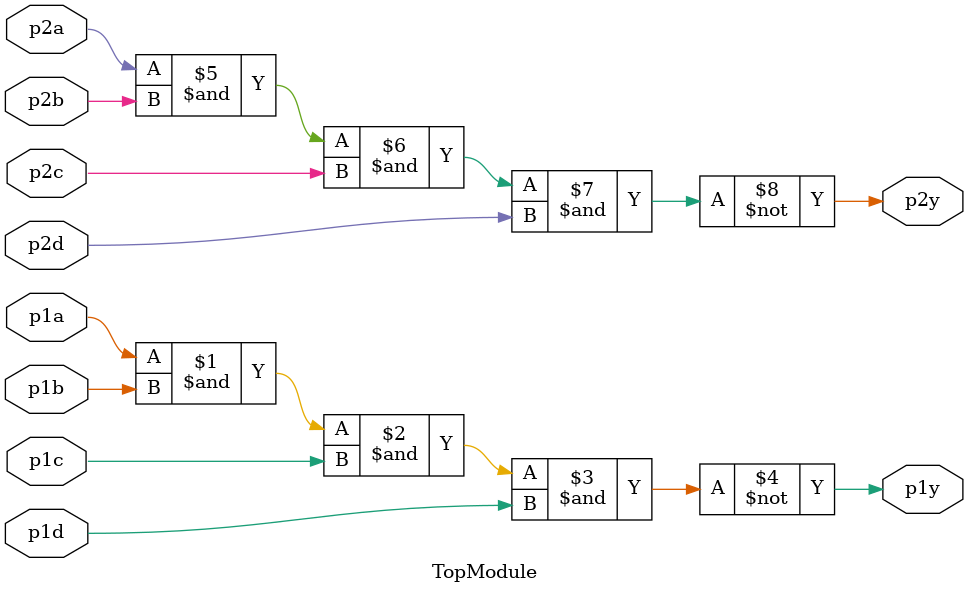
<source format=sv>
module TopModule (
    input logic p1a, p1b, p1c, p1d,
    input logic p2a, p2b, p2c, p2d,
    output logic p1y,
    output logic p2y
);

    // Combinational logic for the first 4-input NAND gate
    assign p1y = ~(p1a & p1b & p1c & p1d);

    // Combinational logic for the second 4-input NAND gate
    assign p2y = ~(p2a & p2b & p2c & p2d);

endmodule
</source>
